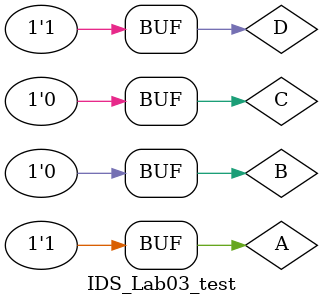
<source format=v>
`timescale 1ns / 1ps


module IDS_Lab03_test;

	// Inputs
	reg A;
	reg B;
	reg C;
	reg D;

	// Outputs
	wire W;
	wire X;
	wire Y;
	wire Z;

	// Instantiate the Unit Under Test (UUT)
	IDS_Lab03 uut (
		.A(A), 
		.B(B), 
		.C(C), 
		.D(D), 
		.W(W), 
		.X(X), 
		.Y(Y), 
		.Z(Z)
	);

	initial begin
		// Initialize Inputs
		A = 0; B = 0; C = 0; D = 0;	#100;
		A = 0; B = 0; C = 0; D = 1;	#100;
		A = 0; B = 0; C = 1; D = 0;	#100;
		A = 0; B = 0; C = 1; D = 1;	#100;
		A = 0; B = 1; C = 0; D = 0;	#100;
		A = 0; B = 1; C = 0; D = 1;	#100;
		A = 0; B = 1; C = 1; D = 0;	#100;
		A = 0; B = 1; C = 1; D = 1;	#100;
		A = 1; B = 0; C = 0; D = 0;	#100;
		A = 1; B = 0; C = 0; D = 1;	#100;
        
		// Add stimulus here

	end
      
endmodule


</source>
